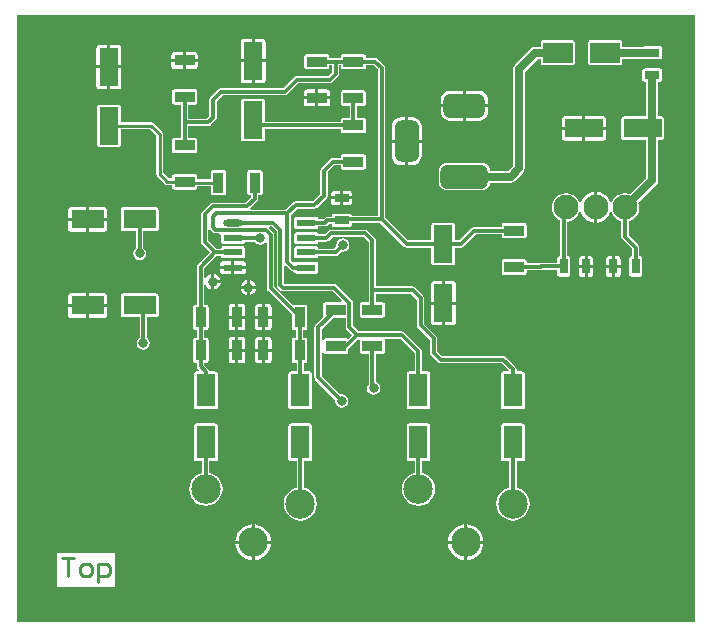
<source format=gtl>
G04 Layer_Physical_Order=1*
G04 Layer_Color=255*
%FSLAX44Y44*%
%MOMM*%
G71*
G01*
G75*
%ADD10R,2.5000X1.7000*%
%ADD11R,0.7000X1.3000*%
%ADD12R,1.3000X0.7000*%
%ADD13R,1.7020X0.9140*%
%ADD14R,0.9140X1.7020*%
%ADD15R,2.8000X1.6000*%
%ADD16R,1.6000X2.8000*%
%ADD17R,1.6000X3.2000*%
%ADD18R,3.2000X1.6000*%
%ADD19R,1.6500X0.6000*%
%ADD20O,1.6500X0.6000*%
%ADD21C,0.3000*%
%ADD22C,0.7000*%
%ADD23C,0.2540*%
%ADD24C,2.1000*%
G04:AMPARAMS|DCode=25|XSize=2mm|YSize=4mm|CornerRadius=0.5mm|HoleSize=0mm|Usage=FLASHONLY|Rotation=270.000|XOffset=0mm|YOffset=0mm|HoleType=Round|Shape=RoundedRectangle|*
%AMROUNDEDRECTD25*
21,1,2.0000,3.0000,0,0,270.0*
21,1,1.0000,4.0000,0,0,270.0*
1,1,1.0000,-1.5000,-0.5000*
1,1,1.0000,-1.5000,0.5000*
1,1,1.0000,1.5000,0.5000*
1,1,1.0000,1.5000,-0.5000*
%
%ADD25ROUNDEDRECTD25*%
G04:AMPARAMS|DCode=26|XSize=3.5mm|YSize=2mm|CornerRadius=0.5mm|HoleSize=0mm|Usage=FLASHONLY|Rotation=270.000|XOffset=0mm|YOffset=0mm|HoleType=Round|Shape=RoundedRectangle|*
%AMROUNDEDRECTD26*
21,1,3.5000,1.0000,0,0,270.0*
21,1,2.5000,2.0000,0,0,270.0*
1,1,1.0000,-0.5000,-1.2500*
1,1,1.0000,-0.5000,1.2500*
1,1,1.0000,0.5000,1.2500*
1,1,1.0000,0.5000,-1.2500*
%
%ADD26ROUNDEDRECTD26*%
G04:AMPARAMS|DCode=27|XSize=2mm|YSize=3.5mm|CornerRadius=0.5mm|HoleSize=0mm|Usage=FLASHONLY|Rotation=270.000|XOffset=0mm|YOffset=0mm|HoleType=Round|Shape=RoundedRectangle|*
%AMROUNDEDRECTD27*
21,1,2.0000,2.5000,0,0,270.0*
21,1,1.0000,3.5000,0,0,270.0*
1,1,1.0000,-1.2500,-0.5000*
1,1,1.0000,-1.2500,0.5000*
1,1,1.0000,1.2500,0.5000*
1,1,1.0000,1.2500,-0.5000*
%
%ADD27ROUNDEDRECTD27*%
%ADD28C,2.5000*%
%ADD29C,0.8000*%
G36*
X576917Y3083D02*
X3083D01*
Y516917D01*
X576917D01*
Y3083D01*
D02*
G37*
%LPC*%
G36*
X61730Y281590D02*
X49000D01*
X48009Y281393D01*
X47169Y280831D01*
X46607Y279991D01*
X46410Y279000D01*
Y272270D01*
X61730D01*
Y281590D01*
D02*
G37*
G36*
X216200Y272100D02*
X212900D01*
Y262270D01*
X218790D01*
Y269510D01*
X218593Y270501D01*
X218031Y271341D01*
X217191Y271903D01*
X216200Y272100D01*
D02*
G37*
G36*
X210360D02*
X207060D01*
X206069Y271903D01*
X205229Y271341D01*
X204667Y270501D01*
X204470Y269510D01*
Y262270D01*
X210360D01*
Y272100D01*
D02*
G37*
G36*
X372000Y291590D02*
X365270D01*
Y274270D01*
X374590D01*
Y289000D01*
X374393Y289991D01*
X373831Y290831D01*
X372991Y291393D01*
X372000Y291590D01*
D02*
G37*
G36*
X362730D02*
X356000D01*
X355009Y291393D01*
X354169Y290831D01*
X353607Y289991D01*
X353410Y289000D01*
Y274270D01*
X362730D01*
Y291590D01*
D02*
G37*
G36*
X77000Y281590D02*
X64270D01*
Y272270D01*
X79590D01*
Y279000D01*
X79393Y279991D01*
X78831Y280831D01*
X77991Y281393D01*
X77000Y281590D01*
D02*
G37*
G36*
X61730Y269730D02*
X46410D01*
Y263000D01*
X46607Y262009D01*
X47169Y261169D01*
X48009Y260607D01*
X49000Y260410D01*
X61730D01*
Y269730D01*
D02*
G37*
G36*
X374590Y271730D02*
X365270D01*
Y254410D01*
X372000D01*
X372991Y254607D01*
X373831Y255169D01*
X374393Y256009D01*
X374590Y257000D01*
Y271730D01*
D02*
G37*
G36*
X362730D02*
X353410D01*
Y257000D01*
X353607Y256009D01*
X354169Y255169D01*
X355009Y254607D01*
X356000Y254410D01*
X362730D01*
Y271730D01*
D02*
G37*
G36*
X193940Y272100D02*
X190640D01*
Y262270D01*
X196530D01*
Y269510D01*
X196333Y270501D01*
X195771Y271341D01*
X194931Y271903D01*
X193940Y272100D01*
D02*
G37*
G36*
X188100D02*
X184800D01*
X183809Y271903D01*
X182969Y271341D01*
X182407Y270501D01*
X182210Y269510D01*
Y262270D01*
X188100D01*
Y272100D01*
D02*
G37*
G36*
X79590Y269730D02*
X64270D01*
Y260410D01*
X77000D01*
X77991Y260607D01*
X78831Y261169D01*
X79393Y262009D01*
X79590Y263000D01*
Y269730D01*
D02*
G37*
G36*
X197730Y284730D02*
X192571D01*
X192628Y284293D01*
X193287Y282702D01*
X194336Y281336D01*
X195702Y280287D01*
X197293Y279628D01*
X197730Y279571D01*
Y284730D01*
D02*
G37*
G36*
X514090Y302730D02*
X509270D01*
Y294910D01*
X511500D01*
X512491Y295107D01*
X513331Y295669D01*
X513893Y296509D01*
X514090Y297500D01*
Y302730D01*
D02*
G37*
G36*
X506730D02*
X501910D01*
Y297500D01*
X502107Y296509D01*
X502669Y295669D01*
X503509Y295107D01*
X504500Y294910D01*
X506730D01*
Y302730D01*
D02*
G37*
G36*
X491090D02*
X486270D01*
Y294910D01*
X488500D01*
X489491Y295107D01*
X490331Y295669D01*
X490893Y296509D01*
X491090Y297500D01*
Y302730D01*
D02*
G37*
G36*
X184730Y308590D02*
X177750D01*
X176759Y308393D01*
X175919Y307831D01*
X175357Y306991D01*
X175160Y306000D01*
Y304270D01*
X184730D01*
Y308590D01*
D02*
G37*
G36*
X196840Y301730D02*
X187270D01*
Y297410D01*
X194250D01*
X195241Y297607D01*
X196081Y298169D01*
X196643Y299009D01*
X196840Y300000D01*
Y301730D01*
D02*
G37*
G36*
X184730D02*
X175160D01*
Y300000D01*
X175357Y299009D01*
X175919Y298169D01*
X176759Y297607D01*
X177750Y297410D01*
X184730D01*
Y301730D01*
D02*
G37*
G36*
X197730Y292429D02*
X197293Y292372D01*
X195702Y291713D01*
X194336Y290664D01*
X193287Y289298D01*
X192628Y287707D01*
X192571Y287270D01*
X197730D01*
Y292429D01*
D02*
G37*
G36*
X175429Y289730D02*
X170270D01*
Y284571D01*
X170707Y284628D01*
X172298Y285287D01*
X173664Y286336D01*
X174713Y287702D01*
X175372Y289293D01*
X175429Y289730D01*
D02*
G37*
G36*
X205429Y284730D02*
X200270D01*
Y279571D01*
X200707Y279628D01*
X202298Y280287D01*
X203664Y281336D01*
X204713Y282702D01*
X205372Y284293D01*
X205429Y284730D01*
D02*
G37*
G36*
X483730Y302730D02*
X478910D01*
Y297500D01*
X479107Y296509D01*
X479669Y295669D01*
X480509Y295107D01*
X481500Y294910D01*
X483730D01*
Y302730D01*
D02*
G37*
G36*
X170270Y297429D02*
Y292270D01*
X175429D01*
X175372Y292707D01*
X174713Y294298D01*
X173664Y295664D01*
X172298Y296713D01*
X170707Y297372D01*
X170270Y297429D01*
D02*
G37*
G36*
X200270Y292429D02*
Y287270D01*
X205429D01*
X205372Y287707D01*
X204713Y289298D01*
X203664Y290664D01*
X202298Y291713D01*
X200707Y292372D01*
X200270Y292429D01*
D02*
G37*
G36*
X218790Y259730D02*
X212900D01*
Y249900D01*
X216200D01*
X217191Y250097D01*
X218031Y250659D01*
X218593Y251499D01*
X218790Y252490D01*
Y259730D01*
D02*
G37*
G36*
X384270Y85488D02*
Y71770D01*
X397988D01*
X397822Y73448D01*
X396962Y76283D01*
X395566Y78896D01*
X393686Y81186D01*
X391396Y83066D01*
X388783Y84462D01*
X385948Y85322D01*
X384270Y85488D01*
D02*
G37*
G36*
X381730D02*
X380052Y85322D01*
X377217Y84462D01*
X374604Y83066D01*
X372314Y81186D01*
X370434Y78896D01*
X369038Y76283D01*
X368178Y73448D01*
X368012Y71770D01*
X381730D01*
Y85488D01*
D02*
G37*
G36*
X204270D02*
Y71770D01*
X217988D01*
X217822Y73448D01*
X216962Y76283D01*
X215566Y78896D01*
X213686Y81186D01*
X211396Y83066D01*
X208783Y84462D01*
X205948Y85322D01*
X204270Y85488D01*
D02*
G37*
G36*
X171000Y171072D02*
X155000D01*
X154207Y170914D01*
X153535Y170465D01*
X153086Y169793D01*
X152928Y169000D01*
Y141000D01*
X153086Y140207D01*
X153535Y139535D01*
X154207Y139086D01*
X155000Y138928D01*
X159917D01*
Y129239D01*
X159339Y129163D01*
X155927Y127750D01*
X152998Y125502D01*
X150750Y122572D01*
X149337Y119161D01*
X148855Y115500D01*
X149337Y111839D01*
X150750Y108427D01*
X152998Y105498D01*
X155927Y103250D01*
X159339Y101837D01*
X163000Y101355D01*
X166661Y101837D01*
X170072Y103250D01*
X173002Y105498D01*
X175250Y108427D01*
X176663Y111839D01*
X177145Y115500D01*
X176663Y119161D01*
X175250Y122572D01*
X173002Y125502D01*
X170072Y127750D01*
X166661Y129163D01*
X166083Y129239D01*
Y138928D01*
X171000D01*
X171793Y139086D01*
X172465Y139535D01*
X172914Y140207D01*
X173072Y141000D01*
Y169000D01*
X172914Y169793D01*
X172465Y170465D01*
X171793Y170914D01*
X171000Y171072D01*
D02*
G37*
G36*
X431000D02*
X415000D01*
X414207Y170914D01*
X413535Y170465D01*
X413086Y169793D01*
X412928Y169000D01*
Y141000D01*
X413086Y140207D01*
X413535Y139535D01*
X414207Y139086D01*
X415000Y138928D01*
X419917D01*
Y116739D01*
X419339Y116663D01*
X415928Y115250D01*
X412998Y113002D01*
X410750Y110072D01*
X409337Y106661D01*
X408855Y103000D01*
X409337Y99339D01*
X410750Y95927D01*
X412998Y92998D01*
X415928Y90750D01*
X419339Y89337D01*
X423000Y88855D01*
X426661Y89337D01*
X430073Y90750D01*
X433002Y92998D01*
X435250Y95927D01*
X436663Y99339D01*
X437145Y103000D01*
X436663Y106661D01*
X435250Y110072D01*
X433002Y113002D01*
X430073Y115250D01*
X426661Y116663D01*
X426083Y116739D01*
Y138928D01*
X431000D01*
X431793Y139086D01*
X432465Y139535D01*
X432914Y140207D01*
X433072Y141000D01*
Y169000D01*
X432914Y169793D01*
X432465Y170465D01*
X431793Y170914D01*
X431000Y171072D01*
D02*
G37*
G36*
X251000D02*
X235000D01*
X234207Y170914D01*
X233535Y170465D01*
X233086Y169793D01*
X232928Y169000D01*
Y141000D01*
X233086Y140207D01*
X233535Y139535D01*
X234207Y139086D01*
X235000Y138928D01*
X239917D01*
Y116739D01*
X239339Y116663D01*
X235928Y115250D01*
X232998Y113002D01*
X230750Y110072D01*
X229337Y106661D01*
X228855Y103000D01*
X229337Y99339D01*
X230750Y95927D01*
X232998Y92998D01*
X235928Y90750D01*
X239339Y89337D01*
X243000Y88855D01*
X246661Y89337D01*
X250072Y90750D01*
X253002Y92998D01*
X255250Y95927D01*
X256663Y99339D01*
X257145Y103000D01*
X256663Y106661D01*
X255250Y110072D01*
X253002Y113002D01*
X250072Y115250D01*
X246661Y116663D01*
X246083Y116739D01*
Y138928D01*
X251000D01*
X251793Y139086D01*
X252465Y139535D01*
X252914Y140207D01*
X253072Y141000D01*
Y169000D01*
X252914Y169793D01*
X252465Y170465D01*
X251793Y170914D01*
X251000Y171072D01*
D02*
G37*
G36*
X217988Y69230D02*
X204270D01*
Y55512D01*
X205948Y55678D01*
X208783Y56538D01*
X211396Y57934D01*
X213686Y59814D01*
X215566Y62104D01*
X216962Y64717D01*
X217822Y67552D01*
X217988Y69230D01*
D02*
G37*
G36*
X201730D02*
X188012D01*
X188178Y67552D01*
X189038Y64717D01*
X190434Y62104D01*
X192314Y59814D01*
X194604Y57934D01*
X197217Y56538D01*
X200052Y55678D01*
X201730Y55512D01*
Y69230D01*
D02*
G37*
G36*
X85691Y61299D02*
X36936D01*
Y32858D01*
X85691D01*
Y61299D01*
D02*
G37*
G36*
X201730Y85488D02*
X200052Y85322D01*
X197217Y84462D01*
X194604Y83066D01*
X192314Y81186D01*
X190434Y78896D01*
X189038Y76283D01*
X188178Y73448D01*
X188012Y71770D01*
X201730D01*
Y85488D01*
D02*
G37*
G36*
X397988Y69230D02*
X384270D01*
Y55512D01*
X385948Y55678D01*
X388783Y56538D01*
X391396Y57934D01*
X393686Y59814D01*
X395566Y62104D01*
X396962Y64717D01*
X397822Y67552D01*
X397988Y69230D01*
D02*
G37*
G36*
X381730D02*
X368012D01*
X368178Y67552D01*
X369038Y64717D01*
X370434Y62104D01*
X372314Y59814D01*
X374604Y57934D01*
X377217Y56538D01*
X380052Y55678D01*
X381730Y55512D01*
Y69230D01*
D02*
G37*
G36*
X351000Y171072D02*
X335000D01*
X334207Y170914D01*
X333535Y170465D01*
X333086Y169793D01*
X332928Y169000D01*
Y141000D01*
X333086Y140207D01*
X333535Y139535D01*
X334207Y139086D01*
X335000Y138928D01*
X339917D01*
Y129239D01*
X339339Y129163D01*
X335928Y127750D01*
X332998Y125502D01*
X330750Y122572D01*
X329337Y119161D01*
X328855Y115500D01*
X329337Y111839D01*
X330750Y108427D01*
X332998Y105498D01*
X335928Y103250D01*
X339339Y101837D01*
X343000Y101355D01*
X346661Y101837D01*
X350073Y103250D01*
X353002Y105498D01*
X355250Y108427D01*
X356663Y111839D01*
X357145Y115500D01*
X356663Y119161D01*
X355250Y122572D01*
X353002Y125502D01*
X350073Y127750D01*
X346661Y129163D01*
X346083Y129239D01*
Y138928D01*
X351000D01*
X351793Y139086D01*
X352465Y139535D01*
X352914Y140207D01*
X353072Y141000D01*
Y169000D01*
X352914Y169793D01*
X352465Y170465D01*
X351793Y170914D01*
X351000Y171072D01*
D02*
G37*
G36*
X216200Y244100D02*
X212900D01*
Y234270D01*
X218790D01*
Y241510D01*
X218593Y242501D01*
X218031Y243341D01*
X217191Y243903D01*
X216200Y244100D01*
D02*
G37*
G36*
X193940D02*
X190640D01*
Y234270D01*
X196530D01*
Y241510D01*
X196333Y242501D01*
X195771Y243341D01*
X194931Y243903D01*
X193940Y244100D01*
D02*
G37*
G36*
X188100D02*
X184800D01*
X183809Y243903D01*
X182969Y243341D01*
X182407Y242501D01*
X182210Y241510D01*
Y234270D01*
X188100D01*
Y244100D01*
D02*
G37*
G36*
X210360Y259730D02*
X204470D01*
Y252490D01*
X204667Y251499D01*
X205229Y250659D01*
X206069Y250097D01*
X207060Y249900D01*
X210360D01*
Y259730D01*
D02*
G37*
G36*
X196530Y259730D02*
X190640D01*
Y249900D01*
X193940D01*
X194931Y250097D01*
X195771Y250659D01*
X196333Y251499D01*
X196530Y252490D01*
Y259730D01*
D02*
G37*
G36*
X188100D02*
X182210D01*
Y252490D01*
X182407Y251499D01*
X182969Y250659D01*
X183809Y250097D01*
X184800Y249900D01*
X188100D01*
Y259730D01*
D02*
G37*
G36*
X210360Y231730D02*
X204470D01*
Y224490D01*
X204667Y223499D01*
X205229Y222659D01*
X206069Y222097D01*
X207060Y221900D01*
X210360D01*
Y231730D01*
D02*
G37*
G36*
X196530D02*
X190640D01*
Y221900D01*
X193940D01*
X194931Y222097D01*
X195771Y222659D01*
X196333Y223499D01*
X196530Y224490D01*
Y231730D01*
D02*
G37*
G36*
X188100D02*
X182210D01*
Y224490D01*
X182407Y223499D01*
X182969Y222659D01*
X183809Y222097D01*
X184800Y221900D01*
X188100D01*
Y231730D01*
D02*
G37*
G36*
X210360Y244100D02*
X207060D01*
X206069Y243903D01*
X205229Y243341D01*
X204667Y242501D01*
X204470Y241510D01*
Y234270D01*
X210360D01*
Y244100D01*
D02*
G37*
G36*
X121000Y281072D02*
X93000D01*
X92207Y280914D01*
X91535Y280465D01*
X91086Y279793D01*
X90928Y279000D01*
Y263000D01*
X91086Y262207D01*
X91535Y261535D01*
X92207Y261086D01*
X93000Y260928D01*
X106917D01*
Y243584D01*
X106017Y242983D01*
X104796Y241155D01*
X104368Y239000D01*
X104796Y236845D01*
X106017Y235017D01*
X107845Y233797D01*
X110000Y233368D01*
X112155Y233797D01*
X113983Y235017D01*
X115204Y236845D01*
X115632Y239000D01*
X115204Y241155D01*
X113983Y242983D01*
X113083Y243584D01*
Y260928D01*
X121000D01*
X121793Y261086D01*
X122465Y261535D01*
X122914Y262207D01*
X123072Y263000D01*
Y279000D01*
X122914Y279793D01*
X122465Y280465D01*
X121793Y280914D01*
X121000Y281072D01*
D02*
G37*
G36*
X218790Y231730D02*
X212900D01*
Y221900D01*
X216200D01*
X217191Y222097D01*
X218031Y222659D01*
X218593Y223499D01*
X218790Y224490D01*
Y231730D01*
D02*
G37*
G36*
X255730Y453790D02*
X248490D01*
X247499Y453593D01*
X246659Y453031D01*
X246097Y452191D01*
X245900Y451200D01*
Y447900D01*
X255730D01*
Y453790D01*
D02*
G37*
G36*
X394500Y452605D02*
X383270D01*
Y441270D01*
X402105D01*
Y445000D01*
X401846Y446968D01*
X401086Y448803D01*
X399878Y450378D01*
X398302Y451586D01*
X396468Y452346D01*
X394500Y452605D01*
D02*
G37*
G36*
X380730D02*
X369500D01*
X367532Y452346D01*
X365698Y451586D01*
X364122Y450378D01*
X362914Y448803D01*
X362154Y446968D01*
X361895Y445000D01*
Y441270D01*
X380730D01*
Y452605D01*
D02*
G37*
G36*
X91590Y471730D02*
X82270D01*
Y454410D01*
X89000D01*
X89991Y454607D01*
X90831Y455169D01*
X91393Y456009D01*
X91590Y457000D01*
Y471730D01*
D02*
G37*
G36*
X79730D02*
X70410D01*
Y457000D01*
X70607Y456009D01*
X71169Y455169D01*
X72009Y454607D01*
X73000Y454410D01*
X79730D01*
Y471730D01*
D02*
G37*
G36*
X265510Y453790D02*
X258270D01*
Y447900D01*
X268100D01*
Y451200D01*
X267903Y452191D01*
X267341Y453031D01*
X266501Y453593D01*
X265510Y453790D01*
D02*
G37*
G36*
X268100Y445360D02*
X258270D01*
Y439470D01*
X265510D01*
X266501Y439667D01*
X267341Y440229D01*
X267903Y441069D01*
X268100Y442060D01*
Y445360D01*
D02*
G37*
G36*
X296510Y453272D02*
X279490D01*
X278697Y453114D01*
X278025Y452665D01*
X277576Y451993D01*
X277418Y451200D01*
Y442060D01*
X277576Y441267D01*
X278025Y440595D01*
X278697Y440146D01*
X279490Y439988D01*
X284917D01*
Y430012D01*
X279490D01*
X278697Y429854D01*
X278025Y429405D01*
X277576Y428733D01*
X277418Y427940D01*
Y426453D01*
X213072D01*
Y444000D01*
X212914Y444793D01*
X212465Y445465D01*
X211793Y445914D01*
X211000Y446072D01*
X195000D01*
X194207Y445914D01*
X193535Y445465D01*
X193086Y444793D01*
X192928Y444000D01*
Y412000D01*
X193086Y411207D01*
X193535Y410535D01*
X194207Y410086D01*
X195000Y409928D01*
X211000D01*
X211793Y410086D01*
X212465Y410535D01*
X212914Y411207D01*
X213072Y412000D01*
Y420287D01*
X277418D01*
Y418800D01*
X277576Y418007D01*
X278025Y417335D01*
X278697Y416886D01*
X279490Y416728D01*
X296510D01*
X297303Y416886D01*
X297975Y417335D01*
X298424Y418007D01*
X298582Y418800D01*
Y427940D01*
X298424Y428733D01*
X297975Y429405D01*
X297303Y429854D01*
X296510Y430012D01*
X291083D01*
Y439988D01*
X296510D01*
X297303Y440146D01*
X297975Y440595D01*
X298424Y441267D01*
X298582Y442060D01*
Y451200D01*
X298424Y451993D01*
X297975Y452665D01*
X297303Y453114D01*
X296510Y453272D01*
D02*
G37*
G36*
X499000Y431590D02*
X484270D01*
Y422270D01*
X501590D01*
Y429000D01*
X501393Y429991D01*
X500831Y430831D01*
X499991Y431393D01*
X499000Y431590D01*
D02*
G37*
G36*
X481730D02*
X467000D01*
X466009Y431393D01*
X465169Y430831D01*
X464607Y429991D01*
X464410Y429000D01*
Y422270D01*
X481730D01*
Y431590D01*
D02*
G37*
G36*
X255730Y445360D02*
X245900D01*
Y442060D01*
X246097Y441069D01*
X246659Y440229D01*
X247499Y439667D01*
X248490Y439470D01*
X255730D01*
Y445360D01*
D02*
G37*
G36*
X402105Y438730D02*
X383270D01*
Y427395D01*
X394500D01*
X396468Y427654D01*
X398302Y428414D01*
X399878Y429622D01*
X401086Y431198D01*
X401846Y433032D01*
X402105Y435000D01*
Y438730D01*
D02*
G37*
G36*
X380730D02*
X361895D01*
Y435000D01*
X362154Y433032D01*
X362914Y431198D01*
X364122Y429622D01*
X365698Y428414D01*
X367532Y427654D01*
X369500Y427395D01*
X380730D01*
Y438730D01*
D02*
G37*
G36*
X513500Y495572D02*
X488500D01*
X487707Y495414D01*
X487035Y494965D01*
X486586Y494293D01*
X486428Y493500D01*
Y476500D01*
X486586Y475707D01*
X487035Y475035D01*
X487707Y474586D01*
X488500Y474428D01*
X513500D01*
X514293Y474586D01*
X514965Y475035D01*
X515414Y475707D01*
X515572Y476500D01*
Y479878D01*
X533271D01*
X533707Y479586D01*
X534500Y479428D01*
X547500D01*
X548293Y479586D01*
X548965Y480035D01*
X549414Y480707D01*
X549572Y481500D01*
Y488500D01*
X549414Y489293D01*
X548965Y489965D01*
X548293Y490414D01*
X547500Y490572D01*
X534500D01*
X533707Y490414D01*
X533271Y490122D01*
X515572D01*
Y493500D01*
X515414Y494293D01*
X514965Y494965D01*
X514293Y495414D01*
X513500Y495572D01*
D02*
G37*
G36*
X211000Y496590D02*
X204270D01*
Y479270D01*
X213590D01*
Y494000D01*
X213393Y494991D01*
X212831Y495831D01*
X211991Y496393D01*
X211000Y496590D01*
D02*
G37*
G36*
X201730D02*
X195000D01*
X194009Y496393D01*
X193169Y495831D01*
X192607Y494991D01*
X192410Y494000D01*
Y479270D01*
X201730D01*
Y496590D01*
D02*
G37*
G36*
X296510Y484012D02*
X279490D01*
X278697Y483854D01*
X278025Y483405D01*
X277576Y482733D01*
X277418Y481940D01*
Y480453D01*
X267582D01*
Y481940D01*
X267424Y482733D01*
X266975Y483405D01*
X266303Y483854D01*
X265510Y484012D01*
X248490D01*
X247697Y483854D01*
X247025Y483405D01*
X246576Y482733D01*
X246418Y481940D01*
Y472800D01*
X246576Y472007D01*
X247025Y471335D01*
X247697Y470886D01*
X248490Y470728D01*
X265510D01*
X266303Y470886D01*
X266975Y471335D01*
X267424Y472007D01*
X267582Y472800D01*
Y474287D01*
X269917D01*
Y468277D01*
X266723Y465083D01*
X240000D01*
X240000Y465083D01*
X238820Y464849D01*
X237820Y464180D01*
X237820Y464180D01*
X228723Y455083D01*
X176000D01*
X176000Y455083D01*
X174820Y454849D01*
X173820Y454180D01*
X173820Y454180D01*
X166820Y447180D01*
X166152Y446180D01*
X165917Y445000D01*
X165917Y445000D01*
Y431277D01*
X163723Y429083D01*
X148083D01*
Y440988D01*
X153510D01*
X154303Y441146D01*
X154975Y441595D01*
X155424Y442267D01*
X155582Y443060D01*
Y452200D01*
X155424Y452993D01*
X154975Y453665D01*
X154303Y454114D01*
X153510Y454272D01*
X136490D01*
X135697Y454114D01*
X135025Y453665D01*
X134576Y452993D01*
X134418Y452200D01*
Y443060D01*
X134576Y442267D01*
X135025Y441595D01*
X135697Y441146D01*
X136490Y440988D01*
X141917D01*
Y426000D01*
Y413012D01*
X136490D01*
X135697Y412854D01*
X135025Y412405D01*
X134576Y411733D01*
X134418Y410940D01*
Y401800D01*
X134576Y401007D01*
X135025Y400335D01*
X135697Y399886D01*
X136490Y399728D01*
X153510D01*
X154303Y399886D01*
X154975Y400335D01*
X155424Y401007D01*
X155582Y401800D01*
Y410940D01*
X155424Y411733D01*
X154975Y412405D01*
X154303Y412854D01*
X153510Y413012D01*
X148083D01*
Y422917D01*
X165000D01*
X165000Y422917D01*
X166180Y423152D01*
X167180Y423820D01*
X171180Y427820D01*
X171180Y427820D01*
X171849Y428820D01*
X172083Y430000D01*
Y443723D01*
X177277Y448917D01*
X230000D01*
X230000Y448917D01*
X231180Y449151D01*
X232180Y449820D01*
X241277Y458917D01*
X268000D01*
X268000Y458917D01*
X269180Y459151D01*
X270180Y459820D01*
X275180Y464820D01*
X275180Y464820D01*
X275849Y465820D01*
X276083Y467000D01*
Y474287D01*
X277418D01*
Y472800D01*
X277576Y472007D01*
X278025Y471335D01*
X278697Y470886D01*
X279490Y470728D01*
X296510D01*
X297303Y470886D01*
X297975Y471335D01*
X298424Y472007D01*
X298582Y472800D01*
Y474287D01*
X305353D01*
X308917Y470723D01*
Y347083D01*
X286456D01*
X286414Y347293D01*
X285965Y347965D01*
X285293Y348414D01*
X284500Y348572D01*
X271500D01*
X270707Y348414D01*
X270035Y347965D01*
X269586Y347293D01*
X269428Y346500D01*
Y346083D01*
X266000D01*
X266000Y346083D01*
X264820Y345849D01*
X263820Y345180D01*
X262723Y344083D01*
X258305D01*
X258164Y344793D01*
X257715Y345465D01*
X257043Y345914D01*
X256250Y346072D01*
X239750D01*
X238957Y345914D01*
X238285Y345465D01*
X237836Y344793D01*
X237678Y344000D01*
Y338000D01*
X237836Y337207D01*
X238285Y336535D01*
X238957Y336086D01*
X239750Y335928D01*
X256250D01*
X257043Y336086D01*
X257715Y336535D01*
X258164Y337207D01*
X258305Y337917D01*
X264000D01*
X264000Y337917D01*
X265180Y338151D01*
X266180Y338820D01*
X267277Y339917D01*
X269428D01*
Y339500D01*
X269586Y338707D01*
X270035Y338035D01*
X270707Y337586D01*
X271500Y337428D01*
X284500D01*
X285293Y337586D01*
X285965Y338035D01*
X286414Y338707D01*
X286572Y339500D01*
Y340917D01*
X310723D01*
X330820Y320820D01*
X330820Y320820D01*
X331820Y320151D01*
X333000Y319917D01*
X353928D01*
Y307000D01*
X354086Y306207D01*
X354535Y305535D01*
X355207Y305086D01*
X356000Y304928D01*
X372000D01*
X372793Y305086D01*
X373465Y305535D01*
X373914Y306207D01*
X374072Y307000D01*
Y319917D01*
X379000D01*
X379000Y319917D01*
X380180Y320151D01*
X381180Y320820D01*
X391647Y331287D01*
X413418D01*
Y329800D01*
X413576Y329007D01*
X414025Y328335D01*
X414697Y327886D01*
X415490Y327728D01*
X432510D01*
X433303Y327886D01*
X433975Y328335D01*
X434424Y329007D01*
X434582Y329800D01*
Y338940D01*
X434424Y339733D01*
X433975Y340405D01*
X433303Y340854D01*
X432510Y341012D01*
X415490D01*
X414697Y340854D01*
X414025Y340405D01*
X413576Y339733D01*
X413418Y338940D01*
Y337453D01*
X390370D01*
X390370Y337453D01*
X389190Y337219D01*
X388190Y336550D01*
X388190Y336550D01*
X377723Y326083D01*
X374072D01*
Y339000D01*
X373914Y339793D01*
X373465Y340465D01*
X372793Y340914D01*
X372000Y341072D01*
X356000D01*
X355207Y340914D01*
X354535Y340465D01*
X354086Y339793D01*
X353928Y339000D01*
Y326083D01*
X334277D01*
X315083Y345277D01*
Y472000D01*
X314848Y473180D01*
X314180Y474180D01*
X314180Y474180D01*
X308810Y479550D01*
X307810Y480219D01*
X306630Y480453D01*
X306630Y480453D01*
X298582D01*
Y481940D01*
X298424Y482733D01*
X297975Y483405D01*
X297303Y483854D01*
X296510Y484012D01*
D02*
G37*
G36*
X153510Y485530D02*
X146270D01*
Y479640D01*
X156100D01*
Y482940D01*
X155903Y483931D01*
X155341Y484771D01*
X154501Y485333D01*
X153510Y485530D01*
D02*
G37*
G36*
X143730D02*
X136490D01*
X135499Y485333D01*
X134659Y484771D01*
X134097Y483931D01*
X133900Y482940D01*
Y479640D01*
X143730D01*
Y485530D01*
D02*
G37*
G36*
X473500Y495572D02*
X448500D01*
X447707Y495414D01*
X447035Y494965D01*
X446586Y494293D01*
X446428Y493500D01*
Y490122D01*
X442000D01*
X440040Y489733D01*
X438378Y488622D01*
X424378Y474622D01*
X423268Y472960D01*
X422878Y471000D01*
Y389122D01*
X418878Y385122D01*
X403564D01*
X403356Y386703D01*
X402699Y388290D01*
X401653Y389653D01*
X400290Y390699D01*
X398703Y391356D01*
X397000Y391580D01*
X367000D01*
X365297Y391356D01*
X363710Y390699D01*
X362347Y389653D01*
X361301Y388290D01*
X360644Y386703D01*
X360420Y385000D01*
Y375000D01*
X360644Y373297D01*
X361301Y371710D01*
X362347Y370347D01*
X363710Y369301D01*
X365297Y368644D01*
X367000Y368420D01*
X397000D01*
X398703Y368644D01*
X400290Y369301D01*
X401653Y370347D01*
X402699Y371710D01*
X403356Y373297D01*
X403564Y374878D01*
X421000D01*
X422960Y375267D01*
X424622Y376378D01*
X431622Y383378D01*
X432733Y385040D01*
X433122Y387000D01*
Y468878D01*
X444122Y479878D01*
X446428D01*
Y476500D01*
X446586Y475707D01*
X447035Y475035D01*
X447707Y474586D01*
X448500Y474428D01*
X473500D01*
X474293Y474586D01*
X474965Y475035D01*
X475414Y475707D01*
X475572Y476500D01*
Y493500D01*
X475414Y494293D01*
X474965Y494965D01*
X474293Y495414D01*
X473500Y495572D01*
D02*
G37*
G36*
X143730Y477100D02*
X133900D01*
Y473800D01*
X134097Y472809D01*
X134659Y471969D01*
X135499Y471407D01*
X136490Y471210D01*
X143730D01*
Y477100D01*
D02*
G37*
G36*
X213590Y476730D02*
X204270D01*
Y459410D01*
X211000D01*
X211991Y459607D01*
X212831Y460169D01*
X213393Y461009D01*
X213590Y462000D01*
Y476730D01*
D02*
G37*
G36*
X201730D02*
X192410D01*
Y462000D01*
X192607Y461009D01*
X193169Y460169D01*
X194009Y459607D01*
X195000Y459410D01*
X201730D01*
Y476730D01*
D02*
G37*
G36*
X89000Y491590D02*
X82270D01*
Y474270D01*
X91590D01*
Y489000D01*
X91393Y489991D01*
X90831Y490831D01*
X89991Y491393D01*
X89000Y491590D01*
D02*
G37*
G36*
X79730D02*
X73000D01*
X72009Y491393D01*
X71169Y490831D01*
X70607Y489991D01*
X70410Y489000D01*
Y474270D01*
X79730D01*
Y491590D01*
D02*
G37*
G36*
X156100Y477100D02*
X146270D01*
Y471210D01*
X153510D01*
X154501Y471407D01*
X155341Y471969D01*
X155903Y472809D01*
X156100Y473800D01*
Y477100D01*
D02*
G37*
G36*
X298000Y335083D02*
X298000Y335083D01*
X269000D01*
X269000Y335083D01*
X267820Y334849D01*
X266820Y334180D01*
X266820Y334180D01*
X263723Y331083D01*
X258305D01*
X258164Y331793D01*
X257715Y332465D01*
X257043Y332914D01*
X256250Y333072D01*
X239750D01*
X238957Y332914D01*
X238285Y332465D01*
X237836Y331793D01*
X237678Y331000D01*
Y325000D01*
X237836Y324207D01*
X238285Y323535D01*
X238957Y323086D01*
X239750Y322928D01*
X256250D01*
X257043Y323086D01*
X257715Y323535D01*
X258164Y324207D01*
X258305Y324917D01*
X265000D01*
X265000Y324917D01*
X266180Y325151D01*
X267180Y325820D01*
X270277Y328917D01*
X296723D01*
X300917Y324723D01*
Y284000D01*
Y274012D01*
X295490D01*
X294697Y273854D01*
X294025Y273405D01*
X293576Y272733D01*
X293418Y271940D01*
Y262800D01*
X293576Y262007D01*
X294025Y261335D01*
X294697Y260886D01*
X295490Y260728D01*
X312510D01*
X313303Y260886D01*
X313975Y261335D01*
X314424Y262007D01*
X314582Y262800D01*
Y271940D01*
X314424Y272733D01*
X313975Y273405D01*
X313303Y273854D01*
X312510Y274012D01*
X307083D01*
Y280917D01*
X336723D01*
X341917Y275723D01*
Y254000D01*
X341917Y254000D01*
X342151Y252820D01*
X342820Y251820D01*
X352917Y241723D01*
Y231000D01*
X352917Y231000D01*
X353152Y229820D01*
X353820Y228820D01*
X359820Y222820D01*
X359820Y222820D01*
X360820Y222152D01*
X362000Y221917D01*
X362000Y221917D01*
X413723D01*
X419298Y216342D01*
X418772Y215072D01*
X415000D01*
X414207Y214914D01*
X413535Y214465D01*
X413086Y213793D01*
X412928Y213000D01*
Y185000D01*
X413086Y184207D01*
X413535Y183535D01*
X414207Y183086D01*
X415000Y182928D01*
X431000D01*
X431793Y183086D01*
X432465Y183535D01*
X432914Y184207D01*
X433072Y185000D01*
Y213000D01*
X432914Y213793D01*
X432465Y214465D01*
X431793Y214914D01*
X431000Y215072D01*
X426083D01*
Y217000D01*
X426083Y217000D01*
X425849Y218180D01*
X425180Y219180D01*
X425180Y219180D01*
X417180Y227180D01*
X416180Y227848D01*
X415000Y228083D01*
X415000Y228083D01*
X363277D01*
X359083Y232277D01*
Y243000D01*
X359083Y243000D01*
X358848Y244180D01*
X358180Y245180D01*
X358180Y245180D01*
X348083Y255277D01*
Y277000D01*
X348083Y277000D01*
X347849Y278180D01*
X347180Y279180D01*
X347180Y279180D01*
X340180Y286180D01*
X339180Y286849D01*
X338000Y287083D01*
X338000Y287083D01*
X307083D01*
Y326000D01*
X307083Y326000D01*
X306849Y327180D01*
X306180Y328180D01*
X300180Y334180D01*
X299180Y334849D01*
X298000Y335083D01*
D02*
G37*
G36*
X79590Y342730D02*
X64270D01*
Y333410D01*
X77000D01*
X77991Y333607D01*
X78831Y334169D01*
X79393Y335009D01*
X79590Y336000D01*
Y342730D01*
D02*
G37*
G36*
X61730D02*
X46410D01*
Y336000D01*
X46607Y335009D01*
X47169Y334169D01*
X48009Y333607D01*
X49000Y333410D01*
X61730D01*
Y342730D01*
D02*
G37*
G36*
X276730Y360730D02*
X268910D01*
Y358500D01*
X269107Y357509D01*
X269669Y356669D01*
X270509Y356107D01*
X271500Y355910D01*
X276730D01*
Y360730D01*
D02*
G37*
G36*
X77000Y354590D02*
X64270D01*
Y345270D01*
X79590D01*
Y352000D01*
X79393Y352991D01*
X78831Y353831D01*
X77991Y354393D01*
X77000Y354590D01*
D02*
G37*
G36*
X61730D02*
X49000D01*
X48009Y354393D01*
X47169Y353831D01*
X46607Y352991D01*
X46410Y352000D01*
Y345270D01*
X61730D01*
Y354590D01*
D02*
G37*
G36*
X279000Y327632D02*
X276845Y327203D01*
X275017Y325983D01*
X273797Y324155D01*
X273368Y322000D01*
X273579Y320939D01*
X271723Y319083D01*
X258305D01*
X258164Y319793D01*
X257715Y320465D01*
X257043Y320914D01*
X256250Y321072D01*
X239750D01*
X238957Y320914D01*
X238285Y320465D01*
X237836Y319793D01*
X237678Y319000D01*
Y313000D01*
X237836Y312207D01*
X238285Y311535D01*
X238957Y311086D01*
X239750Y310928D01*
X256250D01*
X257043Y311086D01*
X257715Y311535D01*
X258164Y312207D01*
X258305Y312917D01*
X273000D01*
X273000Y312917D01*
X274180Y313151D01*
X275180Y313820D01*
X277939Y316579D01*
X279000Y316368D01*
X281155Y316796D01*
X282983Y318017D01*
X284203Y319845D01*
X284632Y322000D01*
X284203Y324155D01*
X282983Y325983D01*
X281155Y327203D01*
X279000Y327632D01*
D02*
G37*
G36*
X506730Y313090D02*
X504500D01*
X503509Y312893D01*
X502669Y312331D01*
X502107Y311491D01*
X501910Y310500D01*
Y305270D01*
X506730D01*
Y313090D01*
D02*
G37*
G36*
X483730D02*
X481500D01*
X480509Y312893D01*
X479669Y312331D01*
X479107Y311491D01*
X478910Y310500D01*
Y305270D01*
X483730D01*
Y313090D01*
D02*
G37*
G36*
X194250Y308590D02*
X187270D01*
Y304270D01*
X196840D01*
Y306000D01*
X196643Y306991D01*
X196081Y307831D01*
X195241Y308393D01*
X194250Y308590D01*
D02*
G37*
G36*
X121000Y354072D02*
X93000D01*
X92207Y353914D01*
X91535Y353465D01*
X91086Y352793D01*
X90928Y352000D01*
Y336000D01*
X91086Y335207D01*
X91535Y334535D01*
X92207Y334086D01*
X93000Y333928D01*
X103917D01*
Y319583D01*
X103017Y318983D01*
X101797Y317155D01*
X101368Y315000D01*
X101797Y312845D01*
X103017Y311017D01*
X104845Y309797D01*
X107000Y309368D01*
X109155Y309797D01*
X110983Y311017D01*
X112204Y312845D01*
X112632Y315000D01*
X112204Y317155D01*
X110983Y318983D01*
X110083Y319583D01*
Y333928D01*
X121000D01*
X121793Y334086D01*
X122465Y334535D01*
X122914Y335207D01*
X123072Y336000D01*
Y352000D01*
X122914Y352793D01*
X122465Y353465D01*
X121793Y353914D01*
X121000Y354072D01*
D02*
G37*
G36*
X511500Y313090D02*
X509270D01*
Y305270D01*
X514090D01*
Y310500D01*
X513893Y311491D01*
X513331Y312331D01*
X512491Y312893D01*
X511500Y313090D01*
D02*
G37*
G36*
X488500D02*
X486270D01*
Y305270D01*
X491090D01*
Y310500D01*
X490893Y311491D01*
X490331Y312331D01*
X489491Y312893D01*
X488500Y313090D01*
D02*
G37*
G36*
X481730Y419730D02*
X464410D01*
Y413000D01*
X464607Y412009D01*
X465169Y411169D01*
X466009Y410607D01*
X467000Y410410D01*
X481730D01*
Y419730D01*
D02*
G37*
G36*
X345605Y408730D02*
X334270D01*
Y389895D01*
X338000D01*
X339968Y390154D01*
X341802Y390914D01*
X343378Y392122D01*
X344586Y393698D01*
X345346Y395532D01*
X345605Y397500D01*
Y408730D01*
D02*
G37*
G36*
X331730D02*
X320395D01*
Y397500D01*
X320654Y395532D01*
X321414Y393698D01*
X322622Y392122D01*
X324197Y390914D01*
X326032Y390154D01*
X328000Y389895D01*
X331730D01*
Y408730D01*
D02*
G37*
G36*
X338000Y430105D02*
X334270D01*
Y411270D01*
X345605D01*
Y422500D01*
X345346Y424468D01*
X344586Y426303D01*
X343378Y427878D01*
X341802Y429086D01*
X339968Y429846D01*
X338000Y430105D01*
D02*
G37*
G36*
X331730D02*
X328000D01*
X326032Y429846D01*
X324197Y429086D01*
X322622Y427878D01*
X321414Y426303D01*
X320654Y424468D01*
X320395Y422500D01*
Y411270D01*
X331730D01*
Y430105D01*
D02*
G37*
G36*
X501590Y419730D02*
X484270D01*
Y410410D01*
X499000D01*
X499991Y410607D01*
X500831Y411169D01*
X501393Y412009D01*
X501590Y413000D01*
Y419730D01*
D02*
G37*
G36*
X296510Y399272D02*
X279490D01*
X278697Y399114D01*
X278025Y398665D01*
X277576Y397993D01*
X277418Y397200D01*
Y395713D01*
X270630D01*
X269450Y395479D01*
X268450Y394810D01*
X268450Y394810D01*
X260820Y387180D01*
X260152Y386180D01*
X259917Y385000D01*
X259917Y385000D01*
Y365277D01*
X253723Y359083D01*
X239000D01*
X239000Y359083D01*
X237820Y358848D01*
X236820Y358180D01*
X236820Y358180D01*
X230723Y352083D01*
X201240D01*
X200714Y353353D01*
X206550Y359190D01*
X206550Y359190D01*
X207219Y360190D01*
X207453Y361370D01*
X207453Y361370D01*
Y364418D01*
X208940D01*
X209733Y364576D01*
X210405Y365025D01*
X210854Y365697D01*
X211012Y366490D01*
Y383510D01*
X210854Y384303D01*
X210405Y384975D01*
X209733Y385424D01*
X208940Y385582D01*
X199800D01*
X199007Y385424D01*
X198335Y384975D01*
X197886Y384303D01*
X197728Y383510D01*
Y366490D01*
X197886Y365697D01*
X198335Y365025D01*
X199007Y364576D01*
X199800Y364418D01*
X201287D01*
Y362647D01*
X196723Y358083D01*
X169000D01*
X169000Y358083D01*
X167820Y357849D01*
X166820Y357180D01*
X166820Y357180D01*
X159820Y350180D01*
X159151Y349180D01*
X158917Y348000D01*
X158917Y348000D01*
Y325000D01*
X158917Y325000D01*
X159151Y323820D01*
X159820Y322820D01*
X166640Y316000D01*
X156450Y305810D01*
X155781Y304810D01*
X155547Y303630D01*
X155547Y303630D01*
Y271582D01*
X154060D01*
X153267Y271424D01*
X152595Y270975D01*
X152146Y270303D01*
X151988Y269510D01*
Y252490D01*
X152146Y251697D01*
X152595Y251025D01*
X153267Y250576D01*
X154060Y250418D01*
X155547D01*
Y243582D01*
X154060D01*
X153267Y243424D01*
X152595Y242975D01*
X152146Y242303D01*
X151988Y241510D01*
Y224490D01*
X152146Y223697D01*
X152595Y223025D01*
X153267Y222576D01*
X154060Y222418D01*
X155547D01*
Y219370D01*
X155547Y219370D01*
X155781Y218190D01*
X156450Y217190D01*
X157395Y216245D01*
X156909Y215072D01*
X155000D01*
X154207Y214914D01*
X153535Y214465D01*
X153086Y213793D01*
X152928Y213000D01*
Y185000D01*
X153086Y184207D01*
X153535Y183535D01*
X154207Y183086D01*
X155000Y182928D01*
X171000D01*
X171793Y183086D01*
X172465Y183535D01*
X172914Y184207D01*
X173072Y185000D01*
Y213000D01*
X172914Y213793D01*
X172465Y214465D01*
X171793Y214914D01*
X171000Y215072D01*
X166069D01*
X165849Y216180D01*
X165180Y217180D01*
X165180Y217180D01*
X161713Y220647D01*
Y222418D01*
X163200D01*
X163993Y222576D01*
X164665Y223025D01*
X165114Y223697D01*
X165272Y224490D01*
Y241510D01*
X165114Y242303D01*
X164665Y242975D01*
X163993Y243424D01*
X163200Y243582D01*
X161713D01*
Y250418D01*
X163200D01*
X163993Y250576D01*
X164665Y251025D01*
X165114Y251697D01*
X165272Y252490D01*
Y269510D01*
X165114Y270303D01*
X164665Y270975D01*
X163993Y271424D01*
X163200Y271582D01*
X161713D01*
Y288183D01*
X162983Y288436D01*
X163287Y287702D01*
X164336Y286336D01*
X165702Y285287D01*
X167293Y284628D01*
X167730Y284571D01*
Y291000D01*
Y297429D01*
X167293Y297372D01*
X165702Y296713D01*
X164336Y295664D01*
X163287Y294298D01*
X162983Y293564D01*
X161713Y293817D01*
Y302353D01*
X172277Y312917D01*
X175695D01*
X175836Y312207D01*
X176285Y311535D01*
X176957Y311086D01*
X177750Y310928D01*
X194250D01*
X195043Y311086D01*
X195715Y311535D01*
X196164Y312207D01*
X196322Y313000D01*
Y319000D01*
X196164Y319793D01*
X195715Y320465D01*
X195043Y320914D01*
X194250Y321072D01*
X177750D01*
X176957Y320914D01*
X176285Y320465D01*
X175836Y319793D01*
X175695Y319083D01*
X172277D01*
X165083Y326277D01*
Y335176D01*
X166353Y335518D01*
X166820Y334820D01*
X168820Y332820D01*
X168820Y332820D01*
X169820Y332151D01*
X171000Y331917D01*
X171000Y331917D01*
X172903D01*
X173024Y331893D01*
X174561D01*
X175678Y331000D01*
Y325000D01*
X175836Y324207D01*
X176285Y323535D01*
X176957Y323086D01*
X177750Y322928D01*
X194250D01*
X195043Y323086D01*
X195715Y323535D01*
X196164Y324207D01*
X196305Y324917D01*
X204417D01*
X205017Y324017D01*
X206845Y322797D01*
X209000Y322368D01*
X211155Y322797D01*
X212983Y324017D01*
X213647Y325011D01*
X214917Y324626D01*
Y285370D01*
X214917Y285370D01*
X215152Y284190D01*
X215820Y283190D01*
X235728Y263281D01*
Y252490D01*
X235886Y251697D01*
X236335Y251025D01*
X237007Y250576D01*
X237800Y250418D01*
X239287D01*
Y243582D01*
X237800D01*
X237007Y243424D01*
X236335Y242975D01*
X235886Y242303D01*
X235728Y241510D01*
Y224490D01*
X235886Y223697D01*
X236335Y223025D01*
X237007Y222576D01*
X237800Y222418D01*
X239917D01*
Y215072D01*
X235000D01*
X234207Y214914D01*
X233535Y214465D01*
X233086Y213793D01*
X232928Y213000D01*
Y185000D01*
X233086Y184207D01*
X233535Y183535D01*
X234207Y183086D01*
X235000Y182928D01*
X251000D01*
X251793Y183086D01*
X252465Y183535D01*
X252914Y184207D01*
X253072Y185000D01*
Y213000D01*
X252914Y213793D01*
X252465Y214465D01*
X251793Y214914D01*
X251000Y215072D01*
X246083D01*
Y222418D01*
X246940D01*
X247733Y222576D01*
X248405Y223025D01*
X248854Y223697D01*
X249012Y224490D01*
Y241510D01*
X248854Y242303D01*
X248405Y242975D01*
X247733Y243424D01*
X246940Y243582D01*
X245453D01*
Y250418D01*
X246940D01*
X247733Y250576D01*
X248405Y251025D01*
X248854Y251697D01*
X249012Y252490D01*
Y269510D01*
X248854Y270303D01*
X248405Y270975D01*
X247733Y271424D01*
X246940Y271582D01*
X237800D01*
X237007Y271424D01*
X236587Y271143D01*
X221083Y286647D01*
Y331000D01*
X220849Y332180D01*
X220180Y333180D01*
X220180Y333180D01*
X216714Y336647D01*
X217240Y337917D01*
X218723D01*
X222917Y333723D01*
Y288000D01*
X222917Y288000D01*
X223151Y286820D01*
X223820Y285820D01*
X225820Y283820D01*
X225820Y283820D01*
X226820Y283151D01*
X228000Y282917D01*
X270450D01*
X278181Y275185D01*
X277695Y274012D01*
X264490D01*
X263697Y273854D01*
X263025Y273405D01*
X262576Y272733D01*
X262418Y271940D01*
Y262800D01*
X262576Y262007D01*
X262857Y261587D01*
X255820Y254550D01*
X255152Y253550D01*
X254917Y252370D01*
X254917Y252370D01*
Y210000D01*
X254917Y210000D01*
X255152Y208820D01*
X255820Y207820D01*
X272579Y191061D01*
X272368Y190000D01*
X272796Y187845D01*
X274017Y186017D01*
X275845Y184797D01*
X278000Y184368D01*
X280155Y184797D01*
X281983Y186017D01*
X283204Y187845D01*
X283632Y190000D01*
X283204Y192155D01*
X281983Y193983D01*
X280155Y195203D01*
X278000Y195632D01*
X276939Y195421D01*
X261083Y211277D01*
Y251093D01*
X270718Y260728D01*
X281451D01*
Y252466D01*
X281451Y252466D01*
X281686Y251286D01*
X282354Y250286D01*
X286640Y246000D01*
X283275Y242635D01*
X282975Y242665D01*
X282303Y243114D01*
X281510Y243272D01*
X264490D01*
X263697Y243114D01*
X263025Y242665D01*
X262576Y241993D01*
X262418Y241200D01*
Y232060D01*
X262576Y231267D01*
X263025Y230595D01*
X263697Y230146D01*
X264490Y229988D01*
X281510D01*
X282303Y230146D01*
X282975Y230595D01*
X283424Y231267D01*
X283582Y232060D01*
Y234297D01*
X283810Y234450D01*
X291653Y242292D01*
X291997Y242384D01*
X292519Y242280D01*
X293418Y241200D01*
Y232060D01*
X293576Y231267D01*
X294025Y230595D01*
X294697Y230146D01*
X295490Y229988D01*
X300917D01*
Y204832D01*
X299797Y203155D01*
X299368Y201000D01*
X299797Y198845D01*
X301017Y197017D01*
X302845Y195797D01*
X305000Y195368D01*
X307155Y195797D01*
X308983Y197017D01*
X310203Y198845D01*
X310632Y201000D01*
X310203Y203155D01*
X308983Y204983D01*
X307155Y206203D01*
X307083Y206218D01*
Y229988D01*
X312510D01*
X313303Y230146D01*
X313975Y230595D01*
X314424Y231267D01*
X314582Y232060D01*
Y241200D01*
X314493Y241647D01*
X315058Y242636D01*
X315334Y242917D01*
X327723D01*
X339917Y230723D01*
Y215072D01*
X335000D01*
X334207Y214914D01*
X333535Y214465D01*
X333086Y213793D01*
X332928Y213000D01*
Y185000D01*
X333086Y184207D01*
X333535Y183535D01*
X334207Y183086D01*
X335000Y182928D01*
X351000D01*
X351793Y183086D01*
X352465Y183535D01*
X352914Y184207D01*
X353072Y185000D01*
Y213000D01*
X352914Y213793D01*
X352465Y214465D01*
X351793Y214914D01*
X351000Y215072D01*
X346083D01*
Y232000D01*
X346083Y232000D01*
X345849Y233180D01*
X345180Y234180D01*
X345180Y234180D01*
X331180Y248180D01*
X330180Y248848D01*
X329000Y249083D01*
X329000Y249083D01*
X292277D01*
X287617Y253743D01*
Y273193D01*
X287617Y273193D01*
X287383Y274373D01*
X286714Y275373D01*
X273907Y288180D01*
X272906Y288848D01*
X271727Y289083D01*
X271726Y289083D01*
X229277D01*
X229083Y289277D01*
Y304760D01*
X230353Y305286D01*
X234820Y300820D01*
X235820Y300152D01*
X237000Y299917D01*
X237836Y299207D01*
X238285Y298535D01*
X238957Y298086D01*
X239750Y297928D01*
X256250D01*
X257043Y298086D01*
X257715Y298535D01*
X258164Y299207D01*
X258322Y300000D01*
Y306000D01*
X258164Y306793D01*
X257715Y307465D01*
X257043Y307914D01*
X256250Y308072D01*
X239750D01*
X238957Y307914D01*
X238285Y307465D01*
X236813Y307548D01*
X235083Y309277D01*
Y347723D01*
X240277Y352917D01*
X255000D01*
X255000Y352917D01*
X256180Y353152D01*
X257180Y353820D01*
X265180Y361820D01*
X265180Y361820D01*
X265849Y362820D01*
X266083Y364000D01*
X266083Y364000D01*
Y383723D01*
X271907Y389547D01*
X277418D01*
Y388060D01*
X277576Y387267D01*
X278025Y386595D01*
X278697Y386146D01*
X279490Y385988D01*
X296510D01*
X297303Y386146D01*
X297975Y386595D01*
X298424Y387267D01*
X298582Y388060D01*
Y397200D01*
X298424Y397993D01*
X297975Y398665D01*
X297303Y399114D01*
X296510Y399272D01*
D02*
G37*
G36*
X276730Y368090D02*
X271500D01*
X270509Y367893D01*
X269669Y367331D01*
X269107Y366491D01*
X268910Y365500D01*
Y363270D01*
X276730D01*
Y368090D01*
D02*
G37*
G36*
X491730Y366985D02*
X489596Y366704D01*
X486424Y365390D01*
X483700Y363300D01*
X481610Y360576D01*
X480638Y358229D01*
X479263D01*
X478503Y360064D01*
X476576Y362576D01*
X474064Y364503D01*
X471139Y365714D01*
X468000Y366128D01*
X464861Y365714D01*
X461936Y364503D01*
X459424Y362576D01*
X457497Y360064D01*
X456286Y357139D01*
X455872Y354000D01*
X456286Y350861D01*
X457497Y347936D01*
X459424Y345424D01*
X461936Y343497D01*
X462917Y343091D01*
Y312572D01*
X462500D01*
X461707Y312414D01*
X461035Y311965D01*
X460586Y311293D01*
X460428Y310500D01*
Y307083D01*
X447000D01*
X445820Y306849D01*
X445618Y306713D01*
X434582D01*
Y308200D01*
X434424Y308993D01*
X433975Y309665D01*
X433303Y310114D01*
X432510Y310272D01*
X415490D01*
X414697Y310114D01*
X414025Y309665D01*
X413576Y308993D01*
X413418Y308200D01*
Y299060D01*
X413576Y298267D01*
X414025Y297595D01*
X414697Y297146D01*
X415490Y296988D01*
X432510D01*
X433303Y297146D01*
X433975Y297595D01*
X434424Y298267D01*
X434582Y299060D01*
Y300547D01*
X446630D01*
X446630Y300547D01*
X447810Y300781D01*
X448012Y300917D01*
X460428D01*
Y297500D01*
X460586Y296707D01*
X461035Y296035D01*
X461707Y295586D01*
X462500Y295428D01*
X469500D01*
X470293Y295586D01*
X470965Y296035D01*
X471414Y296707D01*
X471572Y297500D01*
Y310500D01*
X471414Y311293D01*
X470965Y311965D01*
X470293Y312414D01*
X469500Y312572D01*
X469083D01*
Y342015D01*
X471139Y342285D01*
X474064Y343497D01*
X476576Y345424D01*
X478503Y347936D01*
X479263Y349771D01*
X480638D01*
X481610Y347424D01*
X483700Y344700D01*
X486424Y342610D01*
X489596Y341296D01*
X491730Y341015D01*
Y354000D01*
Y366985D01*
D02*
G37*
G36*
X287090Y360730D02*
X279270D01*
Y355910D01*
X284500D01*
X285491Y356107D01*
X286331Y356669D01*
X286893Y357509D01*
X287090Y358500D01*
Y360730D01*
D02*
G37*
G36*
X547500Y471572D02*
X534500D01*
X533707Y471414D01*
X533035Y470965D01*
X532586Y470293D01*
X532428Y469500D01*
Y462500D01*
X532586Y461707D01*
X533035Y461035D01*
X533707Y460586D01*
X534500Y460428D01*
X535878D01*
Y431072D01*
X517000D01*
X516207Y430914D01*
X515535Y430465D01*
X515086Y429793D01*
X514928Y429000D01*
Y413000D01*
X515086Y412207D01*
X515535Y411535D01*
X516207Y411086D01*
X517000Y410928D01*
X535878D01*
Y379122D01*
X522080Y365325D01*
X521139Y365714D01*
X518000Y366128D01*
X514861Y365714D01*
X511936Y364503D01*
X509424Y362576D01*
X507497Y360064D01*
X506737Y358229D01*
X505363D01*
X504390Y360576D01*
X502300Y363300D01*
X499576Y365390D01*
X496404Y366704D01*
X494270Y366985D01*
Y354000D01*
Y341015D01*
X496404Y341296D01*
X499576Y342610D01*
X502300Y344700D01*
X504390Y347424D01*
X505363Y349771D01*
X506737D01*
X507497Y347936D01*
X509424Y345424D01*
X511936Y343497D01*
X514861Y342285D01*
X514917Y342278D01*
Y329000D01*
X514917Y329000D01*
X515151Y327820D01*
X515820Y326820D01*
X523917Y318723D01*
Y312572D01*
X523500D01*
X522707Y312414D01*
X522035Y311965D01*
X521586Y311293D01*
X521428Y310500D01*
Y297500D01*
X521586Y296707D01*
X522035Y296035D01*
X522707Y295586D01*
X523500Y295428D01*
X530500D01*
X531293Y295586D01*
X531965Y296035D01*
X532414Y296707D01*
X532572Y297500D01*
Y310500D01*
X532414Y311293D01*
X531965Y311965D01*
X531293Y312414D01*
X530500Y312572D01*
X530083D01*
Y320000D01*
X529849Y321180D01*
X529180Y322180D01*
X529180Y322180D01*
X521083Y330277D01*
Y342278D01*
X521139Y342285D01*
X524064Y343497D01*
X526576Y345424D01*
X528503Y347936D01*
X529715Y350861D01*
X530128Y354000D01*
X529715Y357139D01*
X529325Y358080D01*
X544622Y373378D01*
X545732Y375040D01*
X546122Y377000D01*
Y410928D01*
X549000D01*
X549793Y411086D01*
X550465Y411535D01*
X550914Y412207D01*
X551072Y413000D01*
Y429000D01*
X550914Y429793D01*
X550465Y430465D01*
X549793Y430914D01*
X549000Y431072D01*
X546122D01*
Y460428D01*
X547500D01*
X548293Y460586D01*
X548965Y461035D01*
X549414Y461707D01*
X549572Y462500D01*
Y469500D01*
X549414Y470293D01*
X548965Y470965D01*
X548293Y471414D01*
X547500Y471572D01*
D02*
G37*
G36*
X89000Y441072D02*
X73000D01*
X72207Y440914D01*
X71535Y440465D01*
X71086Y439793D01*
X70928Y439000D01*
Y407000D01*
X71086Y406207D01*
X71535Y405535D01*
X72207Y405086D01*
X73000Y404928D01*
X89000D01*
X89793Y405086D01*
X90465Y405535D01*
X90914Y406207D01*
X91072Y407000D01*
Y420151D01*
X115820D01*
X121151Y414820D01*
Y382000D01*
X121151Y382000D01*
X121368Y380910D01*
X121986Y379986D01*
X128356Y373616D01*
X129280Y372998D01*
X130370Y372781D01*
X130370Y372781D01*
X134418D01*
Y371060D01*
X134576Y370267D01*
X135025Y369595D01*
X135697Y369146D01*
X136490Y368988D01*
X153510D01*
X154303Y369146D01*
X154975Y369595D01*
X155424Y370267D01*
X155582Y371060D01*
Y372151D01*
X166988D01*
Y366490D01*
X167146Y365697D01*
X167595Y365025D01*
X168267Y364576D01*
X169060Y364418D01*
X178200D01*
X178993Y364576D01*
X179665Y365025D01*
X180114Y365697D01*
X180272Y366490D01*
Y383510D01*
X180114Y384303D01*
X179665Y384975D01*
X178993Y385424D01*
X178200Y385582D01*
X169060D01*
X168267Y385424D01*
X167595Y384975D01*
X167146Y384303D01*
X166988Y383510D01*
Y377849D01*
X155582D01*
Y380200D01*
X155424Y380993D01*
X154975Y381665D01*
X154303Y382114D01*
X153510Y382272D01*
X136490D01*
X135697Y382114D01*
X135025Y381665D01*
X134576Y380993D01*
X134418Y380200D01*
Y378479D01*
X131550D01*
X126849Y383180D01*
Y416000D01*
X126849Y416000D01*
X126632Y417090D01*
X126014Y418014D01*
X126014Y418014D01*
X119014Y425014D01*
X118090Y425632D01*
X117000Y425849D01*
X117000Y425849D01*
X91072D01*
Y439000D01*
X90914Y439793D01*
X90465Y440465D01*
X89793Y440914D01*
X89000Y441072D01*
D02*
G37*
G36*
X284500Y368090D02*
X279270D01*
Y363270D01*
X287090D01*
Y365500D01*
X286893Y366491D01*
X286331Y367331D01*
X285491Y367893D01*
X284500Y368090D01*
D02*
G37*
%LPD*%
D10*
X461000Y485000D02*
D03*
X501000D02*
D03*
D11*
X527000Y304000D02*
D03*
X508000D02*
D03*
X485000D02*
D03*
X466000D02*
D03*
D12*
X278000Y343000D02*
D03*
Y362000D02*
D03*
X541000Y485000D02*
D03*
Y466000D02*
D03*
D13*
X145000Y478370D02*
D03*
Y447630D02*
D03*
X257000Y446630D02*
D03*
Y477370D02*
D03*
X145000Y406370D02*
D03*
Y375630D02*
D03*
X273000Y267370D02*
D03*
Y236630D02*
D03*
X288000Y477370D02*
D03*
Y446630D02*
D03*
Y392630D02*
D03*
Y423370D02*
D03*
X304000Y236630D02*
D03*
Y267370D02*
D03*
X424000Y334370D02*
D03*
Y303630D02*
D03*
D14*
X189370Y261000D02*
D03*
X158630D02*
D03*
X211630D02*
D03*
X242370D02*
D03*
X204370Y375000D02*
D03*
X173630D02*
D03*
X189370Y233000D02*
D03*
X158630D02*
D03*
X211630D02*
D03*
X242370D02*
D03*
D15*
X63000Y344000D02*
D03*
X107000D02*
D03*
X63000Y271000D02*
D03*
X107000D02*
D03*
D16*
X243000Y155000D02*
D03*
Y199000D02*
D03*
X163000Y155000D02*
D03*
Y199000D02*
D03*
X343000Y155000D02*
D03*
Y199000D02*
D03*
X423000Y155000D02*
D03*
Y199000D02*
D03*
D17*
X81000Y473000D02*
D03*
Y423000D02*
D03*
X203000Y428000D02*
D03*
Y478000D02*
D03*
X364000Y323000D02*
D03*
Y273000D02*
D03*
D18*
X483000Y421000D02*
D03*
X533000D02*
D03*
D19*
X248000Y303000D02*
D03*
Y316000D02*
D03*
Y328000D02*
D03*
Y341000D02*
D03*
X186000Y303000D02*
D03*
Y316000D02*
D03*
Y328000D02*
D03*
D20*
Y341000D02*
D03*
D21*
X466000Y304000D02*
Y352000D01*
Y303000D02*
Y304000D01*
Y352000D02*
X468000Y354000D01*
X447000Y304000D02*
X466000D01*
X446630Y303630D02*
X447000Y304000D01*
X304000Y202000D02*
X305000Y201000D01*
X304000Y202000D02*
Y236630D01*
X258000Y210000D02*
X278000Y190000D01*
X258000Y210000D02*
Y252370D01*
X243000Y199000D02*
Y232370D01*
Y103000D02*
Y155000D01*
X107000Y271000D02*
X110000Y268000D01*
Y239000D02*
Y268000D01*
X107000Y315000D02*
X107000Y315000D01*
Y344000D01*
X158630Y233000D02*
Y261000D01*
X145000Y426000D02*
Y447630D01*
Y406370D02*
Y426000D01*
X165000D01*
X169000Y430000D01*
Y445000D01*
X518000Y329000D02*
Y354000D01*
Y329000D02*
X527000Y320000D01*
Y304000D02*
Y320000D01*
X424000Y303630D02*
X446630D01*
X390370Y334370D02*
X424000D01*
X379000Y323000D02*
X390370Y334370D01*
X288000Y477370D02*
X288000Y477370D01*
X306630D01*
X312000Y472000D01*
Y344000D02*
Y472000D01*
X169000Y445000D02*
X176000Y452000D01*
X230000D01*
X240000Y462000D01*
X268000D01*
X273000Y467000D01*
Y477370D01*
X257000D02*
X273000D01*
X288000D01*
X278000Y343000D02*
X278000Y343000D01*
X248000Y341000D02*
X264000D01*
X266000Y343000D01*
X278000D01*
X248000Y316000D02*
X273000D01*
X279000Y322000D01*
X232000Y349000D02*
X239000Y356000D01*
X255000D01*
X263000Y364000D01*
Y385000D01*
X270630Y392630D01*
X288000D01*
Y423370D02*
Y446630D01*
X207630Y423370D02*
X288000D01*
X203000Y428000D02*
X207630Y423370D01*
X248000Y328000D02*
X265000D01*
X304000Y284000D02*
X338000D01*
X345000Y277000D01*
Y254000D02*
Y277000D01*
Y254000D02*
X356000Y243000D01*
Y231000D02*
Y243000D01*
X304000Y267370D02*
Y284000D01*
Y326000D01*
X423000Y199000D02*
Y217000D01*
X415000Y225000D02*
X423000Y217000D01*
X362000Y225000D02*
X415000D01*
X356000Y231000D02*
X362000Y225000D01*
X242370Y233000D02*
X243000Y232370D01*
X343000Y115500D02*
Y155000D01*
X343000Y155000D01*
X163000Y115500D02*
Y155000D01*
X163000Y155000D02*
X163000Y155000D01*
X158630Y303630D02*
X171000Y316000D01*
X186000D01*
Y328000D02*
X209000D01*
X209000Y328000D01*
X232000Y308000D02*
X237000Y303000D01*
X248000D01*
X162000Y348000D02*
X169000Y355000D01*
X198000D01*
X204370Y361370D01*
Y375000D01*
X162000Y325000D02*
Y348000D01*
Y325000D02*
X171000Y316000D01*
X343000Y199000D02*
Y232000D01*
X329000Y246000D02*
X343000Y232000D01*
X291000Y246000D02*
X329000D01*
X284534Y252466D02*
X291000Y246000D01*
X273000Y236630D02*
X281630D01*
X291000Y246000D01*
X298000Y332000D02*
X304000Y326000D01*
X265000Y328000D02*
X269000Y332000D01*
X298000D01*
X284534Y252466D02*
Y273193D01*
X228000Y286000D02*
X271727D01*
X284534Y273193D01*
X197226Y334976D02*
X197274Y335024D01*
X226000Y288000D02*
X228000Y286000D01*
X186000Y341000D02*
X220000D01*
X226000Y335000D01*
Y288000D02*
Y335000D01*
X218000Y285370D02*
X242370Y261000D01*
X197274Y335024D02*
X213976D01*
X218000Y331000D01*
Y285370D02*
Y331000D01*
X232000Y308000D02*
Y349000D01*
X172000D02*
X232000D01*
X169000Y337000D02*
Y346000D01*
X172000Y349000D01*
X173024Y334976D02*
X197226D01*
X173000Y335000D02*
X173024Y334976D01*
X171000Y335000D02*
X173000D01*
X169000Y337000D02*
X171000Y335000D01*
X312000Y344000D02*
X333000Y323000D01*
X278000Y343000D02*
X279000Y344000D01*
X312000D01*
X423000Y103000D02*
Y155000D01*
X242370Y233000D02*
Y261000D01*
X364000Y323000D02*
X379000D01*
X333000D02*
X364000D01*
X258000Y252370D02*
X273000Y267370D01*
X163000Y199000D02*
Y215000D01*
X158630Y219370D02*
X163000Y215000D01*
X158630Y219370D02*
Y233000D01*
Y261000D02*
Y303630D01*
D22*
X518000Y354000D02*
X541000Y377000D01*
X535000Y420000D02*
X541000Y426000D01*
Y466000D01*
X501000Y485000D02*
X541000D01*
X442000D02*
X461000D01*
X428000Y471000D02*
X442000Y485000D01*
X428000Y387000D02*
Y471000D01*
X421000Y380000D02*
X428000Y387000D01*
X382000Y380000D02*
X421000D01*
X541000Y377000D02*
Y426000D01*
D23*
X81000Y423000D02*
X117000D01*
X124000Y416000D01*
Y382000D02*
Y416000D01*
Y382000D02*
X130370Y375630D01*
X145000D01*
X145630Y375000D02*
X173630D01*
X145000Y375630D02*
X145630Y375000D01*
X41000Y57235D02*
X51157D01*
X46078D01*
Y42000D01*
X58774D02*
X63853D01*
X66392Y44539D01*
Y49618D01*
X63853Y52157D01*
X58774D01*
X56235Y49618D01*
Y44539D01*
X58774Y42000D01*
X71470Y36922D02*
Y52157D01*
X79088D01*
X81627Y49618D01*
Y44539D01*
X79088Y42000D01*
X71470D01*
D24*
X468000Y354000D02*
D03*
X493000D02*
D03*
X518000D02*
D03*
D25*
X382000Y380000D02*
D03*
D26*
X333000Y410000D02*
D03*
D27*
X382000Y440000D02*
D03*
D28*
X343000Y115500D02*
D03*
X163000D02*
D03*
X243000Y103000D02*
D03*
X423000D02*
D03*
X383000Y70500D02*
D03*
X203000D02*
D03*
D29*
X199000Y286000D02*
D03*
X169000Y291000D02*
D03*
X305000Y201000D02*
D03*
X278000Y190000D02*
D03*
X107000Y315000D02*
D03*
X279000Y322000D02*
D03*
X209000Y328000D02*
D03*
X110000Y239000D02*
D03*
M02*

</source>
